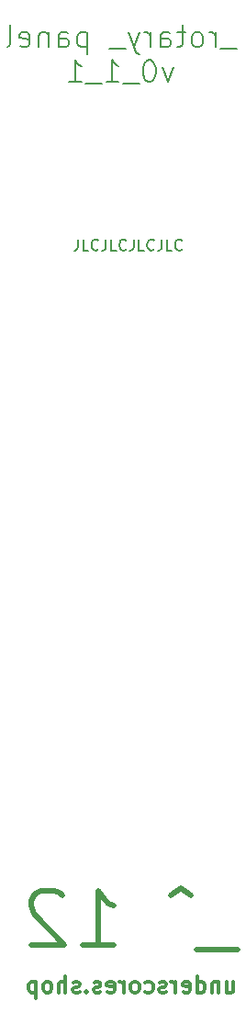
<source format=gbr>
%TF.GenerationSoftware,KiCad,Pcbnew,6.0.7*%
%TF.CreationDate,2022-12-16T09:26:01+13:00*%
%TF.ProjectId,panel,70616e65-6c2e-46b6-9963-61645f706362,rev?*%
%TF.SameCoordinates,Original*%
%TF.FileFunction,Legend,Bot*%
%TF.FilePolarity,Positive*%
%FSLAX46Y46*%
G04 Gerber Fmt 4.6, Leading zero omitted, Abs format (unit mm)*
G04 Created by KiCad (PCBNEW 6.0.7) date 2022-12-16 09:26:01*
%MOMM*%
%LPD*%
G01*
G04 APERTURE LIST*
%ADD10C,0.500000*%
%ADD11C,0.150000*%
%ADD12C,0.200000*%
%ADD13C,0.300000*%
G04 APERTURE END LIST*
D10*
X109900000Y-140938095D02*
X106090476Y-140938095D01*
X105614285Y-135938095D02*
X104661904Y-135223809D01*
X103709523Y-135938095D01*
X95614285Y-140461904D02*
X98471428Y-140461904D01*
X97042857Y-140461904D02*
X97042857Y-135461904D01*
X97519047Y-136176190D01*
X97995238Y-136652380D01*
X98471428Y-136890476D01*
X93709523Y-135938095D02*
X93471428Y-135700000D01*
X92995238Y-135461904D01*
X91804761Y-135461904D01*
X91328571Y-135700000D01*
X91090476Y-135938095D01*
X90852380Y-136414285D01*
X90852380Y-136890476D01*
X91090476Y-137604761D01*
X93947619Y-140461904D01*
X90852380Y-140461904D01*
D11*
X95180952Y-75452380D02*
X95180952Y-76166666D01*
X95133333Y-76309523D01*
X95038095Y-76404761D01*
X94895238Y-76452380D01*
X94800000Y-76452380D01*
X96133333Y-76452380D02*
X95657142Y-76452380D01*
X95657142Y-75452380D01*
X97038095Y-76357142D02*
X96990476Y-76404761D01*
X96847619Y-76452380D01*
X96752380Y-76452380D01*
X96609523Y-76404761D01*
X96514285Y-76309523D01*
X96466666Y-76214285D01*
X96419047Y-76023809D01*
X96419047Y-75880952D01*
X96466666Y-75690476D01*
X96514285Y-75595238D01*
X96609523Y-75500000D01*
X96752380Y-75452380D01*
X96847619Y-75452380D01*
X96990476Y-75500000D01*
X97038095Y-75547619D01*
X97752380Y-75452380D02*
X97752380Y-76166666D01*
X97704761Y-76309523D01*
X97609523Y-76404761D01*
X97466666Y-76452380D01*
X97371428Y-76452380D01*
X98704761Y-76452380D02*
X98228571Y-76452380D01*
X98228571Y-75452380D01*
X99609523Y-76357142D02*
X99561904Y-76404761D01*
X99419047Y-76452380D01*
X99323809Y-76452380D01*
X99180952Y-76404761D01*
X99085714Y-76309523D01*
X99038095Y-76214285D01*
X98990476Y-76023809D01*
X98990476Y-75880952D01*
X99038095Y-75690476D01*
X99085714Y-75595238D01*
X99180952Y-75500000D01*
X99323809Y-75452380D01*
X99419047Y-75452380D01*
X99561904Y-75500000D01*
X99609523Y-75547619D01*
X100323809Y-75452380D02*
X100323809Y-76166666D01*
X100276190Y-76309523D01*
X100180952Y-76404761D01*
X100038095Y-76452380D01*
X99942857Y-76452380D01*
X101276190Y-76452380D02*
X100800000Y-76452380D01*
X100800000Y-75452380D01*
X102180952Y-76357142D02*
X102133333Y-76404761D01*
X101990476Y-76452380D01*
X101895238Y-76452380D01*
X101752380Y-76404761D01*
X101657142Y-76309523D01*
X101609523Y-76214285D01*
X101561904Y-76023809D01*
X101561904Y-75880952D01*
X101609523Y-75690476D01*
X101657142Y-75595238D01*
X101752380Y-75500000D01*
X101895238Y-75452380D01*
X101990476Y-75452380D01*
X102133333Y-75500000D01*
X102180952Y-75547619D01*
X102895238Y-75452380D02*
X102895238Y-76166666D01*
X102847619Y-76309523D01*
X102752380Y-76404761D01*
X102609523Y-76452380D01*
X102514285Y-76452380D01*
X103847619Y-76452380D02*
X103371428Y-76452380D01*
X103371428Y-75452380D01*
X104752380Y-76357142D02*
X104704761Y-76404761D01*
X104561904Y-76452380D01*
X104466666Y-76452380D01*
X104323809Y-76404761D01*
X104228571Y-76309523D01*
X104180952Y-76214285D01*
X104133333Y-76023809D01*
X104133333Y-75880952D01*
X104180952Y-75690476D01*
X104228571Y-75595238D01*
X104323809Y-75500000D01*
X104466666Y-75452380D01*
X104561904Y-75452380D01*
X104704761Y-75500000D01*
X104752380Y-75547619D01*
D12*
X109861904Y-57885238D02*
X108338095Y-57885238D01*
X107861904Y-57694761D02*
X107861904Y-56361428D01*
X107861904Y-56742380D02*
X107766666Y-56551904D01*
X107671428Y-56456666D01*
X107480952Y-56361428D01*
X107290476Y-56361428D01*
X106338095Y-57694761D02*
X106528571Y-57599523D01*
X106623809Y-57504285D01*
X106719047Y-57313809D01*
X106719047Y-56742380D01*
X106623809Y-56551904D01*
X106528571Y-56456666D01*
X106338095Y-56361428D01*
X106052380Y-56361428D01*
X105861904Y-56456666D01*
X105766666Y-56551904D01*
X105671428Y-56742380D01*
X105671428Y-57313809D01*
X105766666Y-57504285D01*
X105861904Y-57599523D01*
X106052380Y-57694761D01*
X106338095Y-57694761D01*
X105100000Y-56361428D02*
X104338095Y-56361428D01*
X104814285Y-55694761D02*
X104814285Y-57409047D01*
X104719047Y-57599523D01*
X104528571Y-57694761D01*
X104338095Y-57694761D01*
X102814285Y-57694761D02*
X102814285Y-56647142D01*
X102909523Y-56456666D01*
X103100000Y-56361428D01*
X103480952Y-56361428D01*
X103671428Y-56456666D01*
X102814285Y-57599523D02*
X103004761Y-57694761D01*
X103480952Y-57694761D01*
X103671428Y-57599523D01*
X103766666Y-57409047D01*
X103766666Y-57218571D01*
X103671428Y-57028095D01*
X103480952Y-56932857D01*
X103004761Y-56932857D01*
X102814285Y-56837619D01*
X101861904Y-57694761D02*
X101861904Y-56361428D01*
X101861904Y-56742380D02*
X101766666Y-56551904D01*
X101671428Y-56456666D01*
X101480952Y-56361428D01*
X101290476Y-56361428D01*
X100814285Y-56361428D02*
X100338095Y-57694761D01*
X99861904Y-56361428D02*
X100338095Y-57694761D01*
X100528571Y-58170952D01*
X100623809Y-58266190D01*
X100814285Y-58361428D01*
X99576190Y-57885238D02*
X98052380Y-57885238D01*
X96052380Y-56361428D02*
X96052380Y-58361428D01*
X96052380Y-56456666D02*
X95861904Y-56361428D01*
X95480952Y-56361428D01*
X95290476Y-56456666D01*
X95195238Y-56551904D01*
X95100000Y-56742380D01*
X95100000Y-57313809D01*
X95195238Y-57504285D01*
X95290476Y-57599523D01*
X95480952Y-57694761D01*
X95861904Y-57694761D01*
X96052380Y-57599523D01*
X93385714Y-57694761D02*
X93385714Y-56647142D01*
X93480952Y-56456666D01*
X93671428Y-56361428D01*
X94052380Y-56361428D01*
X94242857Y-56456666D01*
X93385714Y-57599523D02*
X93576190Y-57694761D01*
X94052380Y-57694761D01*
X94242857Y-57599523D01*
X94338095Y-57409047D01*
X94338095Y-57218571D01*
X94242857Y-57028095D01*
X94052380Y-56932857D01*
X93576190Y-56932857D01*
X93385714Y-56837619D01*
X92433333Y-56361428D02*
X92433333Y-57694761D01*
X92433333Y-56551904D02*
X92338095Y-56456666D01*
X92147619Y-56361428D01*
X91861904Y-56361428D01*
X91671428Y-56456666D01*
X91576190Y-56647142D01*
X91576190Y-57694761D01*
X89861904Y-57599523D02*
X90052380Y-57694761D01*
X90433333Y-57694761D01*
X90623809Y-57599523D01*
X90719047Y-57409047D01*
X90719047Y-56647142D01*
X90623809Y-56456666D01*
X90433333Y-56361428D01*
X90052380Y-56361428D01*
X89861904Y-56456666D01*
X89766666Y-56647142D01*
X89766666Y-56837619D01*
X90719047Y-57028095D01*
X88623809Y-57694761D02*
X88814285Y-57599523D01*
X88909523Y-57409047D01*
X88909523Y-55694761D01*
X103957142Y-59581428D02*
X103480952Y-60914761D01*
X103004761Y-59581428D01*
X101861904Y-58914761D02*
X101671428Y-58914761D01*
X101480952Y-59010000D01*
X101385714Y-59105238D01*
X101290476Y-59295714D01*
X101195238Y-59676666D01*
X101195238Y-60152857D01*
X101290476Y-60533809D01*
X101385714Y-60724285D01*
X101480952Y-60819523D01*
X101671428Y-60914761D01*
X101861904Y-60914761D01*
X102052380Y-60819523D01*
X102147619Y-60724285D01*
X102242857Y-60533809D01*
X102338095Y-60152857D01*
X102338095Y-59676666D01*
X102242857Y-59295714D01*
X102147619Y-59105238D01*
X102052380Y-59010000D01*
X101861904Y-58914761D01*
X100814285Y-61105238D02*
X99290476Y-61105238D01*
X97766666Y-60914761D02*
X98909523Y-60914761D01*
X98338095Y-60914761D02*
X98338095Y-58914761D01*
X98528571Y-59200476D01*
X98719047Y-59390952D01*
X98909523Y-59486190D01*
X97385714Y-61105238D02*
X95861904Y-61105238D01*
X94338095Y-60914761D02*
X95480952Y-60914761D01*
X94909523Y-60914761D02*
X94909523Y-58914761D01*
X95100000Y-59200476D01*
X95290476Y-59390952D01*
X95480952Y-59486190D01*
D13*
X108885714Y-143878571D02*
X108885714Y-144878571D01*
X109528571Y-143878571D02*
X109528571Y-144664285D01*
X109457142Y-144807142D01*
X109314285Y-144878571D01*
X109100000Y-144878571D01*
X108957142Y-144807142D01*
X108885714Y-144735714D01*
X108171428Y-143878571D02*
X108171428Y-144878571D01*
X108171428Y-144021428D02*
X108100000Y-143950000D01*
X107957142Y-143878571D01*
X107742857Y-143878571D01*
X107600000Y-143950000D01*
X107528571Y-144092857D01*
X107528571Y-144878571D01*
X106171428Y-144878571D02*
X106171428Y-143378571D01*
X106171428Y-144807142D02*
X106314285Y-144878571D01*
X106600000Y-144878571D01*
X106742857Y-144807142D01*
X106814285Y-144735714D01*
X106885714Y-144592857D01*
X106885714Y-144164285D01*
X106814285Y-144021428D01*
X106742857Y-143950000D01*
X106600000Y-143878571D01*
X106314285Y-143878571D01*
X106171428Y-143950000D01*
X104885714Y-144807142D02*
X105028571Y-144878571D01*
X105314285Y-144878571D01*
X105457142Y-144807142D01*
X105528571Y-144664285D01*
X105528571Y-144092857D01*
X105457142Y-143950000D01*
X105314285Y-143878571D01*
X105028571Y-143878571D01*
X104885714Y-143950000D01*
X104814285Y-144092857D01*
X104814285Y-144235714D01*
X105528571Y-144378571D01*
X104171428Y-144878571D02*
X104171428Y-143878571D01*
X104171428Y-144164285D02*
X104100000Y-144021428D01*
X104028571Y-143950000D01*
X103885714Y-143878571D01*
X103742857Y-143878571D01*
X103314285Y-144807142D02*
X103171428Y-144878571D01*
X102885714Y-144878571D01*
X102742857Y-144807142D01*
X102671428Y-144664285D01*
X102671428Y-144592857D01*
X102742857Y-144450000D01*
X102885714Y-144378571D01*
X103100000Y-144378571D01*
X103242857Y-144307142D01*
X103314285Y-144164285D01*
X103314285Y-144092857D01*
X103242857Y-143950000D01*
X103100000Y-143878571D01*
X102885714Y-143878571D01*
X102742857Y-143950000D01*
X101385714Y-144807142D02*
X101528571Y-144878571D01*
X101814285Y-144878571D01*
X101957142Y-144807142D01*
X102028571Y-144735714D01*
X102100000Y-144592857D01*
X102100000Y-144164285D01*
X102028571Y-144021428D01*
X101957142Y-143950000D01*
X101814285Y-143878571D01*
X101528571Y-143878571D01*
X101385714Y-143950000D01*
X100528571Y-144878571D02*
X100671428Y-144807142D01*
X100742857Y-144735714D01*
X100814285Y-144592857D01*
X100814285Y-144164285D01*
X100742857Y-144021428D01*
X100671428Y-143950000D01*
X100528571Y-143878571D01*
X100314285Y-143878571D01*
X100171428Y-143950000D01*
X100100000Y-144021428D01*
X100028571Y-144164285D01*
X100028571Y-144592857D01*
X100100000Y-144735714D01*
X100171428Y-144807142D01*
X100314285Y-144878571D01*
X100528571Y-144878571D01*
X99385714Y-144878571D02*
X99385714Y-143878571D01*
X99385714Y-144164285D02*
X99314285Y-144021428D01*
X99242857Y-143950000D01*
X99100000Y-143878571D01*
X98957142Y-143878571D01*
X97885714Y-144807142D02*
X98028571Y-144878571D01*
X98314285Y-144878571D01*
X98457142Y-144807142D01*
X98528571Y-144664285D01*
X98528571Y-144092857D01*
X98457142Y-143950000D01*
X98314285Y-143878571D01*
X98028571Y-143878571D01*
X97885714Y-143950000D01*
X97814285Y-144092857D01*
X97814285Y-144235714D01*
X98528571Y-144378571D01*
X97242857Y-144807142D02*
X97100000Y-144878571D01*
X96814285Y-144878571D01*
X96671428Y-144807142D01*
X96600000Y-144664285D01*
X96600000Y-144592857D01*
X96671428Y-144450000D01*
X96814285Y-144378571D01*
X97028571Y-144378571D01*
X97171428Y-144307142D01*
X97242857Y-144164285D01*
X97242857Y-144092857D01*
X97171428Y-143950000D01*
X97028571Y-143878571D01*
X96814285Y-143878571D01*
X96671428Y-143950000D01*
X95957142Y-144735714D02*
X95885714Y-144807142D01*
X95957142Y-144878571D01*
X96028571Y-144807142D01*
X95957142Y-144735714D01*
X95957142Y-144878571D01*
X95314285Y-144807142D02*
X95171428Y-144878571D01*
X94885714Y-144878571D01*
X94742857Y-144807142D01*
X94671428Y-144664285D01*
X94671428Y-144592857D01*
X94742857Y-144450000D01*
X94885714Y-144378571D01*
X95100000Y-144378571D01*
X95242857Y-144307142D01*
X95314285Y-144164285D01*
X95314285Y-144092857D01*
X95242857Y-143950000D01*
X95100000Y-143878571D01*
X94885714Y-143878571D01*
X94742857Y-143950000D01*
X94028571Y-144878571D02*
X94028571Y-143378571D01*
X93385714Y-144878571D02*
X93385714Y-144092857D01*
X93457142Y-143950000D01*
X93600000Y-143878571D01*
X93814285Y-143878571D01*
X93957142Y-143950000D01*
X94028571Y-144021428D01*
X92457142Y-144878571D02*
X92600000Y-144807142D01*
X92671428Y-144735714D01*
X92742857Y-144592857D01*
X92742857Y-144164285D01*
X92671428Y-144021428D01*
X92600000Y-143950000D01*
X92457142Y-143878571D01*
X92242857Y-143878571D01*
X92100000Y-143950000D01*
X92028571Y-144021428D01*
X91957142Y-144164285D01*
X91957142Y-144592857D01*
X92028571Y-144735714D01*
X92100000Y-144807142D01*
X92242857Y-144878571D01*
X92457142Y-144878571D01*
X91314285Y-143878571D02*
X91314285Y-145378571D01*
X91314285Y-143950000D02*
X91171428Y-143878571D01*
X90885714Y-143878571D01*
X90742857Y-143950000D01*
X90671428Y-144021428D01*
X90600000Y-144164285D01*
X90600000Y-144592857D01*
X90671428Y-144735714D01*
X90742857Y-144807142D01*
X90885714Y-144878571D01*
X91171428Y-144878571D01*
X91314285Y-144807142D01*
M02*

</source>
